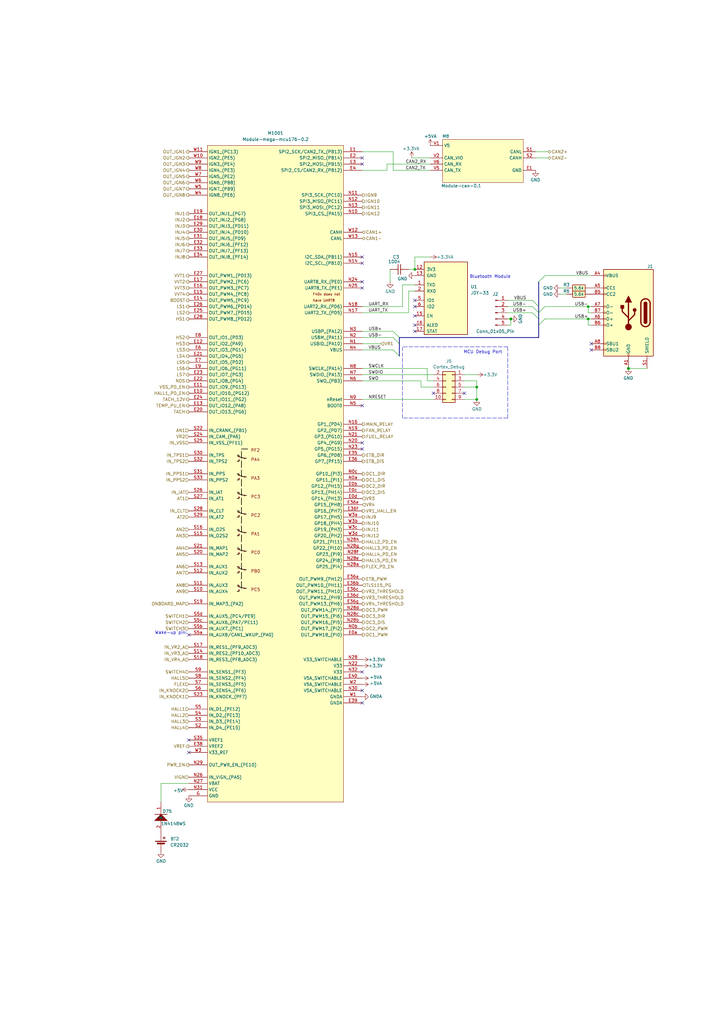
<source format=kicad_sch>
(kicad_sch (version 20230121) (generator eeschema)
  (paper "A3" portrait)
  (lib_symbols
    (symbol "Connector:Conn_01x05_Pin" (pin_names (offset 1.016) hide)
      (property "Reference" "J" (at 0 7.62 0))
      (property "Value" "Conn_01x05_Pin" (at 0 -7.62 0))
      (symbol "Conn_01x05_Pin_1_1"
        (pin passive line (at 5.08 5.08 180) (length 3.81) (name "Pin_1") (number "1"))
        (pin passive line (at 5.08 2.54 180) (length 3.81) (name "Pin_2") (number "2"))
        (pin passive line (at 5.08 0 180) (length 3.81) (name "Pin_3") (number "3"))
        (pin passive line (at 5.08 -2.54 180) (length 3.81) (name "Pin_4") (number "4"))
        (pin passive line (at 5.08 -5.08 180) (length 3.81) (name "Pin_5") (number "5"))
      )
    )
    (symbol "Connector:USB_C_Receptacle_USB2.0" (pin_names (offset 1.016))
      (property "Reference" "J" (at -10.16 19.05 0))
      (property "Value" "USB_C_Receptacle_USB2.0" (at 19.05 19.05 0))
      (symbol "USB_C_Receptacle_USB2.0_1_1"
        (pin passive line (at 0 -22.86 90) (length 5.08) (name "GND") (number "A1"))
        (pin passive line (at 0 -22.86 90) (length 5.08) hide (name "GND") (number "A12"))
        (pin passive line (at 15.24 15.24 180) (length 5.08) (name "VBUS") (number "A4"))
        (pin bidirectional line (at 15.24 10.16 180) (length 5.08) (name "CC1") (number "A5"))
        (pin bidirectional line (at 15.24 -2.54 180) (length 5.08) (name "D+") (number "A6"))
        (pin bidirectional line (at 15.24 2.54 180) (length 5.08) (name "D-") (number "A7"))
        (pin bidirectional line (at 15.24 -12.7 180) (length 5.08) (name "SBU1") (number "A8"))
        (pin passive line (at 15.24 15.24 180) (length 5.08) hide (name "VBUS") (number "A9"))
        (pin passive line (at 0 -22.86 90) (length 5.08) hide (name "GND") (number "B1"))
        (pin passive line (at 0 -22.86 90) (length 5.08) hide (name "GND") (number "B12"))
        (pin passive line (at 15.24 15.24 180) (length 5.08) hide (name "VBUS") (number "B4"))
        (pin bidirectional line (at 15.24 7.62 180) (length 5.08) (name "CC2") (number "B5"))
        (pin bidirectional line (at 15.24 -5.08 180) (length 5.08) (name "D+") (number "B6"))
        (pin bidirectional line (at 15.24 0 180) (length 5.08) (name "D-") (number "B7"))
        (pin bidirectional line (at 15.24 -15.24 180) (length 5.08) (name "SBU2") (number "B8"))
        (pin passive line (at 15.24 15.24 180) (length 5.08) hide (name "VBUS") (number "B9"))
        (pin passive line (at -7.62 -22.86 90) (length 5.08) (name "SHIELD") (number "S1"))
      )
    )
    (symbol "Connector_Generic:Conn_02x05_Odd_Even" (pin_names (offset 1.016) hide)
      (property "Reference" "J" (at 1.27 7.62 0))
      (property "Value" "Conn_02x05_Odd_Even" (at 1.27 -7.62 0))
      (symbol "Conn_02x05_Odd_Even_1_1"
        (pin passive line (at -5.08 5.08 0) (length 3.81) (name "Pin_1") (number "1"))
        (pin passive line (at 7.62 -5.08 180) (length 3.81) (name "Pin_10") (number "10"))
        (pin passive line (at 7.62 5.08 180) (length 3.81) (name "Pin_2") (number "2"))
        (pin passive line (at -5.08 2.54 0) (length 3.81) (name "Pin_3") (number "3"))
        (pin passive line (at 7.62 2.54 180) (length 3.81) (name "Pin_4") (number "4"))
        (pin passive line (at -5.08 0 0) (length 3.81) (name "Pin_5") (number "5"))
        (pin passive line (at 7.62 0 180) (length 3.81) (name "Pin_6") (number "6"))
        (pin passive line (at -5.08 -2.54 0) (length 3.81) (name "Pin_7") (number "7"))
        (pin passive line (at 7.62 -2.54 180) (length 3.81) (name "Pin_8") (number "8"))
        (pin passive line (at -5.08 -5.08 0) (length 3.81) (name "Pin_9") (number "9"))
      )
    )
    (symbol "Device:Battery_Cell" (pin_numbers hide) (pin_names (offset 0) hide)
      (property "Reference" "BT" (at 2.54 2.54 0))
      (property "Value" "Battery_Cell" (at 2.54 0 0))
      (symbol "Battery_Cell_1_1"
        (pin passive line (at 0 5.08 270) (length 2.54) (name "+") (number "1"))
        (pin passive line (at 0 -2.54 90) (length 2.54) (name "-") (number "2"))
      )
    )
    (symbol "JDY-33:JDY-33" (pin_names (offset 1.016))
      (property "Reference" "U18" (at 19.05 1.7781 0))
      (property "Value" "JDY-33" (at 19.05 -0.7619 0))
      (symbol "JDY-33_1_1"
        (pin output line (at -3.81 2.54 0) (length 3.81) (name "TXD") (number "1"))
        (pin power_in line (at -3.81 8.89 0) (length 3.81) (name "3V3") (number "12"))
        (pin power_in line (at -3.81 6.35 0) (length 3.81) (name "GND") (number "13"))
        (pin output line (at -3.81 -10.16 0) (length 3.81) (name "EN") (number "15"))
        (pin output line (at -3.81 -13.97 0) (length 3.81) (name "ALED") (number "16"))
        (pin output line (at -3.81 -16.51 0) (length 3.81) (name "STAT") (number "17"))
        (pin input line (at -3.81 0 0) (length 3.81) (name "RXD") (number "2"))
        (pin passive line (at -3.81 -3.81 0) (length 3.81) (name "IO1") (number "5"))
        (pin passive line (at -3.81 -6.35 0) (length 3.81) (name "IO2") (number "6"))
      )
    )
    (symbol "hellen-one-can-0.1:Module-can-0.1"
      (property "Reference" "M" (at 0 0 0))
      (property "Value" "Module-can-0.1" (at 0 0 0))
      (symbol "Module-can-0.1_1_0"
        (pin passive line (at 38.1 -12.7 180) (length 5.08) (name "GND") (number "E1"))
        (pin passive line (at 38.1 -5.08 180) (length 5.08) (name "CANL") (number "S1"))
        (pin passive line (at 38.1 -7.62 180) (length 5.08) (name "CANH") (number "S2"))
        (pin passive line (at -5.08 -2.54 0) (length 5.08) (name "V5") (number "V1"))
        (pin passive line (at -5.08 -7.62 0) (length 5.08) (name "CAN_VIO") (number "V2"))
        (pin passive line (at -5.08 -12.7 0) (length 5.08) (name "CAN_TX") (number "V5"))
        (pin passive line (at -5.08 -10.16 0) (length 5.08) (name "CAN_RX") (number "V6"))
      )
    )
    (symbol "hellen-one-common:1N4148WS"
      (property "Reference" "D" (at 0 2.54 0))
      (property "Value" "1N4148WS" (at 0 -3.81 0))
      (symbol "1N4148WS_1_0"
        (pin passive line (at 7.62 0 180) (length 5.08) (name "K") (number "1"))
        (pin passive line (at -5.08 0 0) (length 5.08) (name "A") (number "2"))
      )
    )
    (symbol "hellen-one-common:Cap" (pin_numbers hide)
      (property "Reference" "C" (at -3.81 2.54 0))
      (property "Value" "Cap" (at -2.54 -1.27 0))
      (symbol "Cap_1_0"
        (pin passive line (at -3.81 0 0) (length 2.54) (name "") (number "1"))
        (pin passive line (at 3.81 0 180) (length 2.54) (name "") (number "2"))
      )
    )
    (symbol "hellen-one-common:Res" (pin_numbers hide)
      (property "Reference" "R" (at 3.81 2.54 0))
      (property "Value" "Res" (at 5.08 -2.54 0))
      (symbol "Res_1_0"
        (pin passive line (at 0 0 0) (length 2.54) (name "") (number "1"))
        (pin passive line (at 10.16 0 180) (length 2.54) (name "") (number "2"))
      )
    )
    (symbol "hellen-one-mega-mcu176-0.2:Module-mega-mcu176-0.2"
      (property "Reference" "M100" (at 7.62 2.54 0))
      (property "Value" "Module-mega-mcu176-0.2" (at 35.56 -269.24 0))
      (symbol "Module-mega-mcu176-0.2_1_0"
        (text "F40x does not" (at 50.8 -58.42 0) (effects (font (size 1.016 1.016)) (justify left)))
        (text "have UART8" (at 50.8 -60.96 0) (effects (font (size 1.016 1.016)) (justify left)))
        (text "PA1" (at 25.4 -157.48 0) (effects (font (size 1.27 1.27)) (justify left bottom)))
        (text "PA3" (at 25.4 -134.62 0) (effects (font (size 1.27 1.27)) (justify left bottom)))
        (text "PA4" (at 25.4 -127 0) (effects (font (size 1.27 1.27)) (justify left bottom)))
        (text "PB0" (at 25.4 -172.72 0) (effects (font (size 1.27 1.27)) (justify left bottom)))
        (text "PC0" (at 25.4 -165.1 0) (effects (font (size 1.27 1.27)) (justify left bottom)))
        (text "PC2" (at 25.4 -149.86 0) (effects (font (size 1.27 1.27)) (justify left bottom)))
        (text "PC3" (at 25.4 -142.24 0) (effects (font (size 1.27 1.27)) (justify left bottom)))
        (text "PC5" (at 25.4 -180.34 0) (effects (font (size 1.27 1.27)) (justify left bottom)))
        (text "PF2" (at 25.4 -123.19 0) (effects (font (size 1.27 1.27)) (justify left bottom)))
        (pin passive line (at 71.12 -198.12 180) (length 7.62) (name "OUT_PWM18_(PI0)") (number "E0a"))
        (pin passive line (at 71.12 -137.16 180) (length 7.62) (name "GP12_(PH15)") (number "E0b"))
        (pin passive line (at 71.12 -139.7 180) (length 7.62) (name "GP13_(PH14)") (number "E0c"))
        (pin passive line (at 71.12 -142.24 180) (length 7.62) (name "GP14_(PH13)") (number "E0d"))
        (pin passive line (at 71.12 0 180) (length 7.62) (name "SPI2_SCK/CAN2_TX_(PB13)") (number "E1"))
        (pin passive line (at 0 -99.06 0) (length 7.62) (name "OUT_IO10_(PG12)") (number "E10"))
        (pin passive line (at 0 -96.52 0) (length 7.62) (name "OUT_IO9_(PG13)") (number "E11"))
        (pin passive line (at 0 -78.74 0) (length 7.62) (name "OUT_IO2_(PA9)") (number "E12"))
        (pin passive line (at 0 -104.14 0) (length 7.62) (name "OUT_IO12_(PA8)") (number "E13"))
        (pin passive line (at 0 -60.96 0) (length 7.62) (name "OUT_PWM5_(PC9)") (number "E14"))
        (pin passive line (at 0 -58.42 0) (length 7.62) (name "OUT_PWM4_(PC8)") (number "E15"))
        (pin passive line (at 0 -55.88 0) (length 7.62) (name "OUT_PWM3_(PC7)") (number "E16"))
        (pin passive line (at 0 -53.34 0) (length 7.62) (name "OUT_PWM2_(PC6)") (number "E17"))
        (pin passive line (at 0 -27.94 0) (length 7.62) (name "OUT_INJ2_(PG8)") (number "E18"))
        (pin passive line (at 0 -25.4 0) (length 7.62) (name "OUT_INJ1_(PG7)") (number "E19"))
        (pin passive line (at 71.12 -2.54 180) (length 7.62) (name "SPI2_MISO_(PB14)") (number "E2"))
        (pin passive line (at 0 -106.68 0) (length 7.62) (name "OUT_IO13_(PG6)") (number "E20"))
        (pin passive line (at 0 -83.82 0) (length 7.62) (name "OUT_IO4_(PG5)") (number "E21"))
        (pin passive line (at 0 -93.98 0) (length 7.62) (name "OUT_IO8_(PG4)") (number "E22"))
        (pin passive line (at 0 -91.44 0) (length 7.62) (name "OUT_IO7_(PG3)") (number "E23"))
        (pin passive line (at 0 -101.6 0) (length 7.62) (name "OUT_IO11_(PG2)") (number "E24"))
        (pin passive line (at 0 -66.04 0) (length 7.62) (name "OUT_PWM7_(PD15)") (number "E25"))
        (pin passive line (at 0 -63.5 0) (length 7.62) (name "OUT_PWM6_(PD14)") (number "E26"))
        (pin passive line (at 0 -50.8 0) (length 7.62) (name "OUT_PWM1_(PD13)") (number "E27"))
        (pin passive line (at 0 -68.58 0) (length 7.62) (name "OUT_PWM8_(PD12)") (number "E28"))
        (pin passive line (at 0 -30.48 0) (length 7.62) (name "OUT_INJ3_(PD11)") (number "E29"))
        (pin passive line (at 71.12 -5.08 180) (length 7.62) (name "SPI2_MOSI_(PB15)") (number "E3"))
        (pin passive line (at 0 -33.02 0) (length 7.62) (name "OUT_INJ4_(PD10)") (number "E30"))
        (pin passive line (at 0 -35.56 0) (length 7.62) (name "OUT_INJ5_(PD9)") (number "E31"))
        (pin passive line (at 0 -38.1 0) (length 7.62) (name "OUT_INJ6_(PF12)") (number "E32"))
        (pin passive line (at 0 -40.64 0) (length 7.62) (name "OUT_INJ7_(PF13)") (number "E33"))
        (pin passive line (at 0 -43.18 0) (length 7.62) (name "OUT_INJ8_(PF14)") (number "E34"))
        (pin passive line (at 71.12 -124.46 180) (length 7.62) (name "GP6_(PD8)") (number "E35"))
        (pin passive line (at 71.12 -127 180) (length 7.62) (name "GP7_(PF15)") (number "E36"))
        (pin passive line (at 71.12 -175.26 180) (length 7.62) (name "OUT_PWM9_(PH12)") (number "E36a"))
        (pin passive line (at 71.12 -177.8 180) (length 7.62) (name "OUT_PWM10_(PH11)") (number "E36b"))
        (pin passive line (at 71.12 -180.34 180) (length 7.62) (name "OUT_PWM11_(PH10)") (number "E36c"))
        (pin passive line (at 71.12 -182.88 180) (length 7.62) (name "OUT_PWM12_(PH9)") (number "E36d"))
        (pin passive line (at 71.12 -144.78 180) (length 7.62) (name "GP15_(PH8)") (number "E36e"))
        (pin passive line (at 71.12 -147.32 180) (length 7.62) (name "GP16_(PH7)") (number "E36f"))
        (pin passive line (at 71.12 -185.42 180) (length 7.62) (name "OUT_PWM13_(PH6)") (number "E36g"))
        (pin passive line (at 0 -243.84 0) (length 7.62) (name "VREF2") (number "E38"))
        (pin passive line (at 71.12 -226.06 180) (length 7.62) (name "GNDA") (number "E39"))
        (pin passive line (at 71.12 -7.62 180) (length 7.62) (name "SPI2_CS/CAN2_RX_(PB12)") (number "E4"))
        (pin passive line (at 71.12 -215.9 180) (length 7.62) (name "V5A_SWITCHABLE") (number "E40"))
        (pin passive line (at 0 -81.28 0) (length 7.62) (name "OUT_IO3_(PG14)") (number "E6"))
        (pin passive line (at 0 -86.36 0) (length 7.62) (name "OUT_IO5_(PD2)") (number "E7"))
        (pin passive line (at 0 -76.2 0) (length 7.62) (name "OUT_IO1_(PD3)") (number "E8"))
        (pin passive line (at 0 -88.9 0) (length 7.62) (name "OUT_IO6_(PG11)") (number "E9"))
        (pin passive line (at 0 -264.16 0) (length 7.62) (name "GND") (number "G"))
        (pin passive line (at 71.12 -134.62 180) (length 7.62) (name "GP11_(PI1)") (number "N0a"))
        (pin passive line (at 71.12 -195.58 180) (length 7.62) (name "OUT_PWM17_(PI2)") (number "N0b"))
        (pin passive line (at 71.12 -132.08 180) (length 7.62) (name "GP10_(PI3)") (number "N0c"))
        (pin passive line (at 71.12 -78.74 180) (length 7.62) (name "USBID_(PA10)") (number "N1"))
        (pin passive line (at 71.12 -25.4 180) (length 7.62) (name "SPI3_CS_(PA15)") (number "N10"))
        (pin passive line (at 71.12 -17.78 180) (length 7.62) (name "SPI3_SCK_(PC10)") (number "N11"))
        (pin passive line (at 71.12 -20.32 180) (length 7.62) (name "SPI3_MISO_(PC11)") (number "N12"))
        (pin passive line (at 71.12 -22.86 180) (length 7.62) (name "SPI3_MOSI_(PC12)") (number "N13"))
        (pin passive line (at 71.12 -45.72 180) (length 7.62) (name "I2C_SCL_(PB10)") (number "N14"))
        (pin passive line (at 71.12 -43.18 180) (length 7.62) (name "I2C_SDA_(PB11)") (number "N15"))
        (pin passive line (at 71.12 -111.76 180) (length 7.62) (name "GP1_(PD4)") (number "N16"))
        (pin passive line (at 71.12 -66.04 180) (length 7.62) (name "UART2_TX_(PD5)") (number "N17"))
        (pin passive line (at 71.12 -63.5 180) (length 7.62) (name "UART2_RX_(PD6)") (number "N18"))
        (pin passive line (at 71.12 -114.3 180) (length 7.62) (name "GP2_(PD7)") (number "N19"))
        (pin passive line (at 71.12 -76.2 180) (length 7.62) (name "USBM_(PA11)") (number "N2"))
        (pin passive line (at 71.12 -119.38 180) (length 7.62) (name "GP4_(PG9)") (number "N20"))
        (pin passive line (at 71.12 -116.84 180) (length 7.62) (name "GP3_(PG10)") (number "N21"))
        (pin passive line (at 71.12 -210.82 180) (length 7.62) (name "V33") (number "N22"))
        (pin passive line (at 71.12 -121.92 180) (length 7.62) (name "GP5_(PG15)") (number "N23"))
        (pin passive line (at 71.12 -53.34 180) (length 7.62) (name "UART8_RX_(PE0)") (number "N24"))
        (pin passive line (at 71.12 -55.88 180) (length 7.62) (name "UART8_TX_(PE1)") (number "N25"))
        (pin passive line (at 0 -256.54 0) (length 7.62) (name "IN_VIGN_(PA5)") (number "N26"))
        (pin passive line (at 0 -259.08 0) (length 7.62) (name "VBAT") (number "N27"))
        (pin passive line (at 71.12 -208.28 180) (length 7.62) (name "V33_SWITCHABLE") (number "N28"))
        (pin passive line (at 71.12 -170.18 180) (length 7.62) (name "GP25_(PI4)") (number "N28a"))
        (pin passive line (at 71.12 -193.04 180) (length 7.62) (name "OUT_PWM16_(PI5)") (number "N28b"))
        (pin passive line (at 71.12 -190.5 180) (length 7.62) (name "OUT_PWM15_(PI6)") (number "N28c"))
        (pin passive line (at 71.12 -187.96 180) (length 7.62) (name "OUT_PWM14_(PI7)") (number "N28d"))
        (pin passive line (at 71.12 -167.64 180) (length 7.62) (name "GP24_(PI8)") (number "N28e"))
        (pin passive line (at 71.12 -165.1 180) (length 7.62) (name "GP23_(PI9)") (number "N28f"))
        (pin passive line (at 71.12 -162.56 180) (length 7.62) (name "GP22_(PI10)") (number "N28g"))
        (pin passive line (at 71.12 -160.02 180) (length 7.62) (name "GP21_(PI11)") (number "N28h"))
        (pin passive line (at 0 -251.46 0) (length 7.62) (name "OUT_PWR_EN_(PE10)") (number "N29"))
        (pin passive line (at 71.12 -73.66 180) (length 7.62) (name "USBP_(PA12)") (number "N3"))
        (pin passive line (at 71.12 -220.98 180) (length 7.62) (name "V5A_SWITCHABLE") (number "N30"))
        (pin passive line (at 0 -261.62 0) (length 7.62) (name "VCC") (number "N31"))
        (pin passive line (at 71.12 -213.36 180) (length 7.62) (name "V33") (number "N32"))
        (pin passive line (at 71.12 -81.28 180) (length 7.62) (name "VBUS") (number "N4"))
        (pin passive line (at 71.12 -104.14 180) (length 7.62) (name "BOOT0") (number "N5"))
        (pin passive line (at 71.12 -93.98 180) (length 7.62) (name "SWO_(PB3)") (number "N6"))
        (pin passive line (at 71.12 -91.44 180) (length 7.62) (name "SWDIO_(PA13)") (number "N7"))
        (pin passive line (at 71.12 -88.9 180) (length 7.62) (name "SWCLK_(PA14)") (number "N8"))
        (pin passive line (at 71.12 -101.6 180) (length 7.62) (name "nReset") (number "N9"))
        (pin passive line (at 0 -180.34 0) (length 7.62) (name "IN_AUX4") (number "S10"))
        (pin passive line (at 0 -177.8 0) (length 7.62) (name "IN_AUX3") (number "S11"))
        (pin passive line (at 0 -172.72 0) (length 7.62) (name "IN_AUX2") (number "S12"))
        (pin passive line (at 0 -170.18 0) (length 7.62) (name "IN_AUX1") (number "S13"))
        (pin passive line (at 0 -205.74 0) (length 7.62) (name "IN_RES2_(PF10_ADC3)") (number "S14"))
        (pin passive line (at 0 -157.48 0) (length 7.62) (name "IN_O2S2") (number "S15"))
        (pin passive line (at 0 -154.94 0) (length 7.62) (name "IN_O2S") (number "S16"))
        (pin passive line (at 0 -203.2 0) (length 7.62) (name "IN_RES1_(PF9_ADC3)") (number "S17"))
        (pin passive line (at 0 -208.28 0) (length 7.62) (name "IN_RES3_(PF8_ADC3)") (number "S18"))
        (pin passive line (at 0 -185.42 0) (length 7.62) (name "IN_MAP3_(PA2)") (number "S19"))
        (pin passive line (at 0 -236.22 0) (length 7.62) (name "IN_D4_(PE15)") (number "S2"))
        (pin passive line (at 0 -165.1 0) (length 7.62) (name "IN_MAP2") (number "S20"))
        (pin passive line (at 0 -162.56 0) (length 7.62) (name "IN_MAP1") (number "S21"))
        (pin passive line (at 0 -114.3 0) (length 7.62) (name "IN_CRANK_(PB1)") (number "S22"))
        (pin passive line (at 0 -223.52 0) (length 7.62) (name "IN_KNOCK_(PF7)") (number "S23"))
        (pin passive line (at 0 -116.84 0) (length 7.62) (name "IN_CAM_(PA6)") (number "S24"))
        (pin passive line (at 0 -119.38 0) (length 7.62) (name "IN_VSS_(PF11)") (number "S25"))
        (pin passive line (at 0 -139.7 0) (length 7.62) (name "IN_IAT") (number "S26"))
        (pin passive line (at 0 -142.24 0) (length 7.62) (name "IN_AT1") (number "S27"))
        (pin passive line (at 0 -147.32 0) (length 7.62) (name "IN_CLT") (number "S28"))
        (pin passive line (at 0 -149.86 0) (length 7.62) (name "IN_AT2") (number "S29"))
        (pin passive line (at 0 -233.68 0) (length 7.62) (name "IN_D3_(PE14)") (number "S3"))
        (pin passive line (at 0 -124.46 0) (length 7.62) (name "IN_TPS") (number "S30"))
        (pin passive line (at 0 -132.08 0) (length 7.62) (name "IN_PPS") (number "S31"))
        (pin passive line (at 0 -127 0) (length 7.62) (name "IN_TPS2") (number "S32"))
        (pin passive line (at 0 -134.62 0) (length 7.62) (name "IN_PPS2") (number "S33"))
        (pin passive line (at 0 -241.3 0) (length 7.62) (name "VREF1") (number "S35"))
        (pin passive line (at 0 -231.14 0) (length 7.62) (name "IN_D2_(PE13)") (number "S4"))
        (pin passive line (at 0 -228.6 0) (length 7.62) (name "IN_D1_(PE12)") (number "S5"))
        (pin passive line (at 0 -198.12 0) (length 7.62) (name "IN_AUX8/CAN1_WKUP_(PA0)") (number "S5a"))
        (pin passive line (at 0 -195.58 0) (length 7.62) (name "IN_AUX7_(PC1)") (number "S5b"))
        (pin passive line (at 0 -193.04 0) (length 7.62) (name "IN_AUX6_(PA7/PE11)") (number "S5c"))
        (pin passive line (at 0 -190.5 0) (length 7.62) (name "IN_AUX5_(PC4/PE9)") (number "S5d"))
        (pin passive line (at 0 -220.98 0) (length 7.62) (name "IN_SENS4_(PF6)") (number "S6"))
        (pin passive line (at 0 -218.44 0) (length 7.62) (name "IN_SENS3_(PF5)") (number "S7"))
        (pin passive line (at 0 -215.9 0) (length 7.62) (name "IN_SENS2_(PF4)") (number "S8"))
        (pin passive line (at 0 -213.36 0) (length 7.62) (name "IN_SENS1_(PF3)") (number "S9"))
        (pin passive line (at 71.12 -223.52 180) (length 7.62) (name "GNDA") (number "W1"))
        (pin passive line (at 0 -2.54 0) (length 7.62) (name "IGN2_(PE5)") (number "W10"))
        (pin passive line (at 0 0 0) (length 7.62) (name "IGN1_(PC13)") (number "W11"))
        (pin passive line (at 71.12 -33.02 180) (length 7.62) (name "CANH") (number "W12"))
        (pin passive line (at 71.12 -35.56 180) (length 7.62) (name "CANL") (number "W13"))
        (pin passive line (at 71.12 -218.44 180) (length 7.62) (name "V5A_SWITCHABLE") (number "W2"))
        (pin passive line (at 0 -246.38 0) (length 7.62) (name "V33_REF") (number "W3"))
        (pin passive line (at 71.12 -149.86 180) (length 7.62) (name "GP17_(PH5)") (number "W3a"))
        (pin passive line (at 71.12 -152.4 180) (length 7.62) (name "GP18_(PH4)") (number "W3b"))
        (pin passive line (at 71.12 -154.94 180) (length 7.62) (name "GP19_(PH3)") (number "W3c"))
        (pin passive line (at 71.12 -157.48 180) (length 7.62) (name "GP20_(PH2)") (number "W3d"))
        (pin passive line (at 0 -17.78 0) (length 7.62) (name "IGN8_(PE6)") (number "W4"))
        (pin passive line (at 0 -15.24 0) (length 7.62) (name "IGN7_(PB9)") (number "W5"))
        (pin passive line (at 0 -12.7 0) (length 7.62) (name "IGN6_(PB8)") (number "W6"))
        (pin passive line (at 0 -10.16 0) (length 7.62) (name "IGN5_(PE2)") (number "W7"))
        (pin passive line (at 0 -7.62 0) (length 7.62) (name "IGN4_(PE3)") (number "W8"))
        (pin passive line (at 0 -5.08 0) (length 7.62) (name "IGN3_(PE4)") (number "W9"))
      )
    )
    (symbol "power:+3.3V" (power) (pin_names (offset 0))
      (property "Value" "+3.3V" (at 0 3.556 0))
      (symbol "+3.3V_1_1"
        (pin power_in line (at 0 0 90) (length 0) hide (name "+3.3V") (number "1"))
      )
    )
    (symbol "power:+3.3VA" (power) (pin_names (offset 0))
      (property "Value" "+3.3VA" (at 0 3.556 0))
      (symbol "+3.3VA_1_1"
        (pin power_in line (at 0 0 90) (length 0) hide (name "+3.3VA") (number "1"))
      )
    )
    (symbol "power:+5V" (power) (pin_names (offset 0))
      (property "Value" "+5V" (at 0 3.556 0))
      (symbol "+5V_1_1"
        (pin power_in line (at 0 0 90) (length 0) hide (name "+5V") (number "1"))
      )
    )
    (symbol "power:+5VA" (power) (pin_names (offset 0))
      (property "Value" "+5VA" (at 0 3.556 0))
      (symbol "+5VA_1_1"
        (pin power_in line (at 0 0 90) (length 0) hide (name "+5VA") (number "1"))
      )
    )
    (symbol "power:GND" (power) (pin_names (offset 0))
      (property "Value" "GND" (at 0 -3.81 0))
      (symbol "GND_1_1"
        (pin power_in line (at 0 0 270) (length 0) hide (name "GND") (number "1"))
      )
    )
    (symbol "power:GNDA" (power) (pin_names (offset 0))
      (property "Value" "GNDA" (at 0 -3.81 0))
      (symbol "GNDA_1_1"
        (pin power_in line (at 0 0 270) (length 0) hide (name "GNDA") (number "1"))
      )
    )
  )
  (junction (at 195.58 163.83))
  (junction (at 257.81 151.13) (diameter 1.016))
  (junction (at 241.3 130.81))
  (junction (at 209.55 130.81) (diameter 1.016))
  (junction (at 241.3 125.73))
  (junction (at 195.58 158.75))
  (junction (at 170.18 110.49))
  (no_connect (at 77.47 260.35))
  (no_connect (at 148.59 288.29))
  (no_connect (at 242.57 143.51))
  (no_connect (at 148.59 275.59))
  (no_connect (at 170.18 129.54))
  (no_connect (at 148.59 283.21))
  (no_connect (at 148.59 115.57))
  (no_connect (at 170.18 135.89))
  (no_connect (at 148.59 64.77))
  (no_connect (at 170.18 133.35))
  (no_connect (at 148.59 166.37))
  (no_connect (at 177.8 161.29))
  (no_connect (at 148.59 184.15))
  (no_connect (at 170.18 123.19))
  (no_connect (at 148.59 118.11))
  (no_connect (at 190.5 161.29))
  (no_connect (at 148.59 107.95))
  (no_connect (at 148.59 67.31))
  (no_connect (at 170.18 125.73))
  (no_connect (at 77.47 303.53))
  (no_connect (at 148.59 105.41))
  (no_connect (at 148.59 181.61))
  (no_connect (at 77.47 308.61))
  (no_connect (at 242.57 140.97))
  (bus_entry (at 218.44 125.73) (size 2.54 2.54))
  (bus_entry (at 223.52 130.81) (size -2.54 2.54) (stroke (width 0.1524)))
  (bus_entry (at 218.44 128.27) (size 2.54 2.54))
  (bus_entry (at 161.29 138.43) (size 2.54 2.54) (stroke (width 0.1524)))
  (bus_entry (at 218.44 123.19) (size 2.54 2.54))
  (bus_entry (at 161.29 143.51) (size 2.54 2.54) (stroke (width 0.1524)))
  (bus_entry (at 223.52 125.73) (size -2.54 2.54) (stroke (width 0.1524)))
  (bus_entry (at 161.29 135.89) (size 2.54 2.54) (stroke (width 0.1524)))
  (bus_entry (at 223.52 113.03) (size -2.54 2.54) (stroke (width 0.1524)))
  (bus (pts (xy 220.98 125.73) (xy 220.98 128.27)))
  (wire (pts (xy 170.18 105.41) (xy 170.18 110.49)))
  (bus (pts (xy 163.83 140.97) (xy 163.83 146.05)))
  (wire (pts (xy 165.1 125.73) (xy 165.1 116.84)))
  (wire (pts (xy 219.71 64.77) (xy 224.79 64.77)))
  (wire (pts (xy 66.04 321.31) (xy 66.04 328.93)))
  (wire (pts (xy 229.87 120.65) (xy 232.41 120.65)))
  (wire (pts (xy 167.64 110.49) (xy 170.18 110.49)))
  (wire (pts (xy 209.55 133.35) (xy 209.55 130.81)))
  (wire (pts (xy 148.59 128.27) (xy 167.64 128.27)))
  (wire (pts (xy 148.59 151.13) (xy 175.26 151.13)))
  (wire (pts (xy 148.59 153.67) (xy 177.8 153.67)))
  (wire (pts (xy 161.29 69.85) (xy 176.53 69.85)))
  (wire (pts (xy 156.21 140.97) (xy 148.59 140.97)))
  (wire (pts (xy 242.57 130.81) (xy 241.3 130.81)))
  (wire (pts (xy 229.87 118.11) (xy 232.41 118.11)))
  (wire (pts (xy 148.59 135.89) (xy 161.29 135.89)))
  (wire (pts (xy 177.8 156.21) (xy 175.26 156.21)))
  (wire (pts (xy 148.59 143.51) (xy 161.29 143.51)))
  (wire (pts (xy 158.75 69.85) (xy 158.75 67.31)))
  (wire (pts (xy 148.59 125.73) (xy 165.1 125.73)))
  (wire (pts (xy 195.58 158.75) (xy 195.58 163.83)))
  (wire (pts (xy 148.59 156.21) (xy 172.72 156.21)))
  (wire (pts (xy 177.8 158.75) (xy 172.72 158.75)))
  (wire (pts (xy 161.29 62.23) (xy 161.29 69.85)))
  (wire (pts (xy 219.71 62.23) (xy 224.79 62.23)))
  (wire (pts (xy 241.3 128.27) (xy 241.3 125.73)))
  (wire (pts (xy 195.58 153.67) (xy 190.5 153.67)))
  (wire (pts (xy 218.44 128.27) (xy 208.28 128.27)))
  (wire (pts (xy 195.58 163.83) (xy 190.5 163.83)))
  (polyline (pts (xy 165.1 171.45) (xy 165.1 142.24)) (stroke (width 0) (type dash)))
  (wire (pts (xy 190.5 156.21) (xy 195.58 156.21)))
  (wire (pts (xy 241.3 133.35) (xy 241.3 130.81)))
  (wire (pts (xy 170.18 116.84) (xy 165.1 116.84)))
  (bus (pts (xy 220.98 133.35) (xy 220.98 138.43)))
  (polyline (pts (xy 208.28 142.24) (xy 165.1 142.24)) (stroke (width 0) (type dash)))
  (wire (pts (xy 160.02 115.57) (xy 160.02 110.49)))
  (wire (pts (xy 208.28 133.35) (xy 209.55 133.35)))
  (wire (pts (xy 241.3 130.81) (xy 223.52 130.81)))
  (wire (pts (xy 167.64 128.27) (xy 167.64 119.38)))
  (wire (pts (xy 148.59 138.43) (xy 161.29 138.43)))
  (wire (pts (xy 158.75 67.31) (xy 176.53 67.31)))
  (wire (pts (xy 218.44 125.73) (xy 208.28 125.73)))
  (wire (pts (xy 265.43 151.13) (xy 257.81 151.13)))
  (wire (pts (xy 148.59 69.85) (xy 158.75 69.85)))
  (bus (pts (xy 220.98 115.57) (xy 220.98 125.73)))
  (wire (pts (xy 172.72 158.75) (xy 172.72 156.21)))
  (wire (pts (xy 195.58 156.21) (xy 195.58 158.75)))
  (polyline (pts (xy 208.28 171.45) (xy 208.28 142.24)) (stroke (width 0) (type dash)))
  (wire (pts (xy 148.59 163.83) (xy 177.8 163.83)))
  (wire (pts (xy 242.57 133.35) (xy 241.3 133.35)))
  (bus (pts (xy 220.98 138.43) (xy 163.83 138.43)))
  (wire (pts (xy 223.52 113.03) (xy 242.57 113.03)))
  (wire (pts (xy 175.26 156.21) (xy 175.26 151.13)))
  (wire (pts (xy 148.59 62.23) (xy 161.29 62.23)))
  (wire (pts (xy 209.55 130.81) (xy 208.28 130.81)))
  (wire (pts (xy 218.44 123.19) (xy 208.28 123.19)))
  (bus (pts (xy 220.98 128.27) (xy 220.98 130.81)))
  (bus (pts (xy 220.98 130.81) (xy 220.98 133.35)))
  (wire (pts (xy 168.91 64.77) (xy 176.53 64.77)))
  (wire (pts (xy 170.18 105.41) (xy 176.53 105.41)))
  (wire (pts (xy 242.57 125.73) (xy 241.3 125.73)))
  (wire (pts (xy 242.57 128.27) (xy 241.3 128.27)))
  (polyline (pts (xy 208.28 171.45) (xy 165.1 171.45)) (stroke (width 0) (type dash)))
  (wire (pts (xy 241.3 125.73) (xy 223.52 125.73)))
  (bus (pts (xy 163.83 138.43) (xy 163.83 140.97)))
  (wire (pts (xy 190.5 158.75) (xy 195.58 158.75)))
  (wire (pts (xy 167.64 119.38) (xy 170.18 119.38)))
  (wire (pts (xy 66.04 321.31) (xy 77.47 321.31)))
  (text "Bluetooth Module" (at 209.55 114.3 0) (effects (font (size 1.27 1.27)) (justify right bottom)))
  (text "MCU Debug Port" (at 206.0246 145.2123 0) (effects (font (size 1.27 1.27)) (justify right bottom)))
  (text "Wake-up pin:" (at 63.5 260.35 0) (effects (font (size 1.27 1.27)) (justify left bottom)))
  (label "USB-" (at 151.13 138.43 0))
  (label "SWDIO" (at 151.13 153.67 0))
  (label "VBUS" (at 210.82 123.19 0))
  (label "CAN2_RX" (at 166.37 67.31 0))
  (label "CAN2_TX" (at 166.37 69.85 0))
  (label "USB+" (at 241.3 130.81 180))
  (label "NRESET" (at 151.13 163.83 0))
  (label "VBUS" (at 151.13 143.51 0))
  (label "USB+" (at 215.9 128.27 180))
  (label "VBUS" (at 236.22 113.03 0))
  (label "USB-" (at 241.3 125.73 180))
  (label "UART_TX" (at 151.13 128.27 0))
  (label "SWO" (at 151.13 156.21 0))
  (label "USB+" (at 151.13 135.89 0))
  (label "UART_RX" (at 151.13 125.73 0))
  (label "SWCLK" (at 151.13 151.13 0))
  (label "USB-" (at 215.9 125.73 180))
  (hierarchical_label "HS3" (shape output) (at 77.47 140.97 180))
  (hierarchical_label "LS7" (shape output) (at 77.47 153.67 180))
  (hierarchical_label "IN_PPS2" (shape input) (at 77.47 196.85 180))
  (hierarchical_label "FUEL_RELAY" (shape output) (at 148.59 179.07 0))
  (hierarchical_label "IN_TPS1" (shape input) (at 77.47 186.69 180))
  (hierarchical_label "INJ4" (shape output) (at 77.47 95.25 180))
  (hierarchical_label "INJ10" (shape output) (at 148.59 214.63 0))
  (hierarchical_label "OUT_IGN5" (shape output) (at 77.47 72.39 180))
  (hierarchical_label "AN1" (shape input) (at 77.47 176.53 180))
  (hierarchical_label "HALL1" (shape input) (at 77.47 290.83 180))
  (hierarchical_label "DC1_DIS" (shape output) (at 148.59 196.85 0))
  (hierarchical_label "VVT1" (shape output) (at 77.47 113.03 180))
  (hierarchical_label "IN_PPS1" (shape input) (at 77.47 194.31 180))
  (hierarchical_label "INJ3" (shape output) (at 77.47 92.71 180))
  (hierarchical_label "ETB_DIS" (shape output) (at 148.59 189.23 0))
  (hierarchical_label "LS2" (shape output) (at 77.47 128.27 180))
  (hierarchical_label "INJ7" (shape output) (at 77.47 102.87 180))
  (hierarchical_label "AN3" (shape input) (at 77.47 219.71 180))
  (hierarchical_label "DC2_DIS" (shape output) (at 148.59 201.93 0))
  (hierarchical_label "DC3_DIR" (shape output) (at 148.59 252.73 0))
  (hierarchical_label "HALL3_PD_EN" (shape output) (at 148.59 224.79 0))
  (hierarchical_label "ONBOARD_MAP" (shape input) (at 77.47 247.65 180))
  (hierarchical_label "VR4" (shape input) (at 148.59 207.01 0))
  (hierarchical_label "AT2" (shape input) (at 77.47 212.09 180))
  (hierarchical_label "SWITCH4" (shape input) (at 77.47 275.59 180))
  (hierarchical_label "OUT_IGN8" (shape output) (at 77.47 80.01 180))
  (hierarchical_label "HALL3" (shape input) (at 77.47 295.91 180))
  (hierarchical_label "CAN2-" (shape bidirectional) (at 224.79 64.77 0))
  (hierarchical_label "DC3_PWM" (shape output) (at 148.59 250.19 0))
  (hierarchical_label "DC1_PWM" (shape output) (at 148.59 260.35 0))
  (hierarchical_label "AT1" (shape input) (at 77.47 204.47 180))
  (hierarchical_label "IGN10" (shape output) (at 148.59 82.55 0))
  (hierarchical_label "VR2_THRESHOLD" (shape output) (at 148.59 242.57 0))
  (hierarchical_label "AN6" (shape input) (at 77.47 232.41 180))
  (hierarchical_label "VVT4" (shape output) (at 77.47 120.65 180))
  (hierarchical_label "OUT_IGN1" (shape output) (at 77.47 62.23 180))
  (hierarchical_label "HS1" (shape output) (at 77.47 130.81 180))
  (hierarchical_label "OUT_IGN6" (shape output) (at 77.47 74.93 180))
  (hierarchical_label "INJ9" (shape output) (at 148.59 212.09 0))
  (hierarchical_label "HS2" (shape output) (at 77.47 138.43 180))
  (hierarchical_label "IN_CLT" (shape input) (at 77.47 209.55 180))
  (hierarchical_label "NOS" (shape output) (at 77.47 156.21 180))
  (hierarchical_label "VVT2" (shape output) (at 77.47 115.57 180))
  (hierarchical_label "LS3" (shape output) (at 77.47 143.51 180))
  (hierarchical_label "INJ1" (shape output) (at 77.47 87.63 180))
  (hierarchical_label "VVT3" (shape output) (at 77.47 118.11 180))
  (hierarchical_label "TACH" (shape output) (at 77.47 168.91 180))
  (hierarchical_label "PWR_EN" (shape output) (at 77.47 313.69 180))
  (hierarchical_label "OUT_IGN3" (shape output) (at 77.47 67.31 180))
  (hierarchical_label "IGN11" (shape output) (at 148.59 85.09 0))
  (hierarchical_label "DC1_DIR" (shape output) (at 148.59 194.31 0))
  (hierarchical_label "HALL2" (shape input) (at 77.47 293.37 180))
  (hierarchical_label "INJ8" (shape output) (at 77.47 105.41 180))
  (hierarchical_label "AN4" (shape input) (at 77.47 224.79 180))
  (hierarchical_label "VR3_THRESHOLD" (shape output) (at 148.59 245.11 0))
  (hierarchical_label "IN_VR3_A" (shape input) (at 77.47 267.97 180))
  (hierarchical_label "DC3_DIS" (shape output) (at 148.59 255.27 0))
  (hierarchical_label "VR3" (shape input) (at 148.59 204.47 0))
  (hierarchical_label "DC2_PWM" (shape output) (at 148.59 257.81 0))
  (hierarchical_label "LS4" (shape output) (at 77.47 146.05 180))
  (hierarchical_label "TEMP_PU_EN" (shape output) (at 77.47 166.37 180))
  (hierarchical_label "VR2" (shape input) (at 77.47 179.07 180))
  (hierarchical_label "FLEX_PD_EN" (shape output) (at 148.59 232.41 0))
  (hierarchical_label "AN2" (shape input) (at 77.47 217.17 180))
  (hierarchical_label "HALL1_PD_EN" (shape output) (at 77.47 161.29 180))
  (hierarchical_label "LS5" (shape output) (at 77.47 148.59 180))
  (hierarchical_label "OUT_IGN2" (shape output) (at 77.47 64.77 180))
  (hierarchical_label "OUT_IGN7" (shape output) (at 77.47 77.47 180))
  (hierarchical_label "VSS_PD_EN" (shape output) (at 77.47 158.75 180))
  (hierarchical_label "FLEX" (shape input) (at 77.47 280.67 180))
  (hierarchical_label "LS6" (shape output) (at 77.47 151.13 180))
  (hierarchical_label "INJ12" (shape output) (at 148.59 219.71 0))
  (hierarchical_label "CAN1-" (shape bidirectional) (at 148.59 97.79 0))
  (hierarchical_label "INJ2" (shape output) (at 77.47 90.17 180))
  (hierarchical_label "ETB_DIR" (shape output) (at 148.59 186.69 0))
  (hierarchical_label "BOOST" (shape output) (at 77.47 123.19 180))
  (hierarchical_label "IN_KNOCK1" (shape input) (at 77.47 285.75 180))
  (hierarchical_label "AN9" (shape input) (at 77.47 242.57 180))
  (hierarchical_label "SWITCH1" (shape input) (at 77.47 252.73 180))
  (hierarchical_label "IN_IAT" (shape input) (at 77.47 201.93 180))
  (hierarchical_label "HALL2_PD_EN" (shape output) (at 148.59 222.25 0))
  (hierarchical_label "SWITCH3" (shape input) (at 77.47 257.81 180))
  (hierarchical_label "IGN9" (shape output) (at 148.59 80.01 0))
  (hierarchical_label "IN_VR4_A" (shape input) (at 77.47 270.51 180))
  (hierarchical_label "IN_KNOCK2" (shape input) (at 77.47 283.21 180))
  (hierarchical_label "AN7" (shape input) (at 77.47 234.95 180))
  (hierarchical_label "HALL5" (shape input) (at 77.47 278.13 180))
  (hierarchical_label "SWITCH2" (shape input) (at 77.47 255.27 180))
  (hierarchical_label "VIGN" (shape input) (at 77.47 318.77 180))
  (hierarchical_label "INJ5" (shape output) (at 77.47 97.79 180))
  (hierarchical_label "OUT_IGN4" (shape output) (at 77.47 69.85 180))
  (hierarchical_label "TACH_12V" (shape output) (at 77.47 163.83 180))
  (hierarchical_label "VR1_HALL_EN" (shape output) (at 148.59 209.55 0))
  (hierarchical_label "VR4_THRESHOLD" (shape output) (at 148.59 247.65 0))
  (hierarchical_label "IGN12" (shape output) (at 148.59 87.63 0))
  (hierarchical_label "DC2_DIR" (shape output) (at 148.59 199.39 0))
  (hierarchical_label "HALL4_PD_EN" (shape output) (at 148.59 227.33 0))
  (hierarchical_label "HALL5_PD_EN" (shape output) (at 148.59 229.87 0))
  (hierarchical_label "INJ6" (shape output) (at 77.47 100.33 180))
  (hierarchical_label "HALL4" (shape input) (at 77.47 298.45 180))
  (hierarchical_label "VREF" (shape output) (at 77.47 306.07 180))
  (hierarchical_label "FAN_RELAY" (shape output) (at 148.59 176.53 0))
  (hierarchical_label "IN_TPS2" (shape input) (at 77.47 189.23 180))
  (hierarchical_label "INJ11" (shape output) (at 148.59 217.17 0))
  (hierarchical_label "VR1" (shape input) (at 156.21 140.97 0))
  (hierarchical_label "MAIN_RELAY" (shape output) (at 148.59 173.99 0))
  (hierarchical_label "CAN1+" (shape bidirectional) (at 148.59 95.25 0))
  (hierarchical_label "IN_VSS" (shape input) (at 77.47 181.61 180))
  (hierarchical_label "IN_VR2_A" (shape input) (at 77.47 265.43 180))
  (hierarchical_label "ETB_PWM" (shape output) (at 148.59 237.49 0))
  (hierarchical_label "CAN2+" (shape bidirectional) (at 224.79 62.23 0))
  (hierarchical_label "TLS115_PG" (shape input) (at 148.59 240.03 0))
  (hierarchical_label "AN8" (shape input) (at 77.47 240.03 180))
  (hierarchical_label "LS1" (shape output) (at 77.47 125.73 180))
  (hierarchical_label "AN5" (shape input) (at 77.47 227.33 180))
  (symbol (lib_id "power:GND") (at 229.87 118.11 270) (mirror x) (unit 1)
    (property "Reference" "#PWR010" (effects hide))
    (property "Value" "GND" (at 224.79 118.11 90))
    (instances (project "alphax_8ch" (path "" (reference "#PWR010") (unit 1)) (path "" (reference "#PWR0102") (unit 1))))
  )
  (symbol (lib_id "power:+5VA") (at 148.59 280.67 270) (mirror x) (unit 1)
    (property "Reference" "#PWR068" (effects hide))
    (property "Value" "+5VA" (at 154.1844 280.3017 90))
    (instances (project "alphax_8ch" (path "" (reference "#PWR068") (unit 1)) (path "" (reference "#PWR079") (unit 1))))
  )
  (symbol (lib_id "hellen-one-common:1N4148WS") (at 66.04 336.55 90) (unit 1)
    (property "Reference" "D75" (at 68.58 332.74 90))
    (property "Value" "1N4148WS" (at 71.12 337.82 90))
    (property "Footprint" "hellen-one-common:SOD-323" (effects hide))
    (property "LCSC" "C2128" (effects hide))
    (instances (project "alphax_8ch" (path "" (reference "D75") (unit 1)) (path "" (reference "D81") (unit 1))))
  )
  (symbol (lib_id "hellen-one-common:Res") (at 232.41 118.11 0) (mirror x) (unit 1)
    (property "Reference" "R3" (at 232.41 116.84 0))
    (property "Value" "5.6k" (at 237.49 118.11 0))
    (property "Footprint" "hellen-one-common:R0603" (effects hide))
    (property "LCSC" "C23189" (effects hide))
    (instances (project "alphax_8ch" (path "" (reference "R3") (unit 1)) (path "" (reference "R21") (unit 1))))
  )
  (symbol (lib_id "JDY-33:JDY-33") (at 173.99 119.38 0) (unit 1)
    (property "Reference" "U1" (at 193.04 117.602 0) (effects (justify left)))
    (property "Value" "JDY-33" (at 193.04 120.142 0) (effects (justify left)))
    (property "Footprint" "kicad6-libraries:JDY-33" (effects hide))
    (property "Datasheet" "https://datasheet.lcsc.com/lcsc/2106070033_QIACHIP-WL9981TC_C2689544.pdf" (effects hide))
    (property "PARTREV" "v1.0" (effects hide))
    (property "MF" "HuiCheng" (effects hide))
    (property "STANDARD" "Manufacturer Recommendations" (effects hide))
    (instances (project "alphax_8ch" (path "" (reference "U1") (unit 1)) (path "" (reference "U3") (unit 1))))
  )
  (symbol (lib_id "Device:Battery_Cell") (at 66.04 346.71 0) (unit 1)
    (property "Reference" "BT2" (at 69.85 344.043 0) (effects (justify left)))
    (property "Value" "CR2032" (at 69.85 346.583 0) (effects (justify left)))
    (property "Footprint" "Battery:BatteryHolder_Keystone_1060_1x2032" (effects hide))
    (property "LCSC" "C70377" (effects hide))
  )
  (symbol (lib_id "power:+5V") (at 77.47 323.85 90) (mirror x) (unit 1)
    (property "Reference" "#PWR022" (effects hide))
    (property "Value" "+5V" (at 73.1456 324.2183 90))
    (instances (project "alphax_8ch" (path "" (reference "#PWR022") (unit 1)) (path "" (reference "#PWR073") (unit 1))))
  )
  (symbol (lib_id "power:GND") (at 209.55 130.81 90) (unit 1)
    (property "Reference" "#PWR012" (effects hide))
    (property "Value" "GND" (at 213.4934 130.7592 0))
    (instances (project "alphax_8ch" (path "" (reference "#PWR012") (unit 1)) (path "" (reference "#PWR097") (unit 1))))
  )
  (symbol (lib_id "power:GNDA") (at 148.59 285.75 90) (unit 1)
    (property "Reference" "#PWR072" (effects hide))
    (property "Value" "GNDA" (at 154.1844 285.6357 90))
    (instances (project "alphax_8ch" (path "" (reference "#PWR072") (unit 1)) (path "" (reference "#PWR081") (unit 1))))
  )
  (symbol (lib_id "Connector:USB_C_Receptacle_USB2.0") (at 257.81 128.27 0) (mirror y) (unit 1)
    (property "Reference" "J1" (at 266.7 109.22 0))
    (property "Value" "USB_C_Receptacle_USB2.0" (effects hide))
    (property "Footprint" "Connector_USB:USB_C_Receptacle_XKB_U262-16XN-4BVC11" (effects hide))
    (property "Datasheet" "https://www.usb.org/sites/default/files/documents/usb_type-c.zip" (effects hide))
    (property "LCSC" "C2927038" (effects hide))
    (instances (project "alphax_8ch" (path "" (reference "J1") (unit 1)) (path "" (reference "J13") (unit 1))))
  )
  (symbol (lib_id "power:GND") (at 195.58 163.83 0) (unit 1)
    (property "Reference" "#PWR081" (effects hide))
    (property "Value" "GND" (at 195.6308 167.7734 0))
    (instances (project "alphax_8ch" (path "" (reference "#PWR081") (unit 1)) (path "" (reference "#PWR093") (unit 1))))
  )
  (symbol (lib_id "power:+3.3V") (at 195.58 153.67 270) (unit 1)
    (property "Reference" "#PWR092" (effects hide))
    (property "Value" "+3.3V" (at 198.12 153.67 90) (effects (justify left)))
  )
  (symbol (lib_id "power:GND") (at 77.47 326.39 0) (mirror y) (unit 1)
    (property "Reference" "#PWR030" (effects hide))
    (property "Value" "GND" (at 77.4192 330.3334 0))
    (instances (project "alphax_8ch" (path "" (reference "#PWR030") (unit 1)) (path "" (reference "#PWR074") (unit 1))))
  )
  (symbol (lib_id "power:+5VA") (at 148.59 278.13 270) (mirror x) (unit 1)
    (property "Reference" "#PWR067" (effects hide))
    (property "Value" "+5VA" (at 154.1844 277.7617 90))
    (instances (project "alphax_8ch" (path "" (reference "#PWR067") (unit 1)) (path "" (reference "#PWR078") (unit 1))))
  )
  (symbol (lib_id "Connector:Conn_01x05_Pin") (at 203.2 128.27 0) (unit 1)
    (property "Reference" "J2" (at 203.2 120.65 0))
    (property "Value" "Conn_01x05_Pin" (at 203.2 135.89 0))
    (property "Footprint" "Connector_Molex:Molex_SPOX_5267-05A_1x05_P2.50mm_Vertical" (effects hide))
    (instances (project "alphax_8ch" (path "" (reference "J2") (unit 1)) (path "" (reference "J12") (unit 1))))
  )
  (symbol (lib_id "hellen-one-common:Res") (at 232.41 120.65 0) (mirror x) (unit 1)
    (property "Reference" "R6" (at 232.41 119.38 0))
    (property "Value" "5.6k" (at 237.49 120.65 0))
    (property "Footprint" "hellen-one-common:R0603" (effects hide))
    (property "LCSC" "C23189" (effects hide))
    (instances (project "alphax_8ch" (path "" (reference "R6") (unit 1)) (path "" (reference "R22") (unit 1))))
  )
  (symbol (lib_id "power:GND") (at 66.04 349.25 0) (unit 1)
    (property "Reference" "#PWR029" (effects hide))
    (property "Value" "GND" (at 66.0908 353.1934 0))
    (instances (project "alphax_8ch" (path "" (reference "#PWR029") (unit 1)) (path "" (reference "#PWR072") (unit 1))))
  )
  (symbol (lib_id "power:GND") (at 160.02 115.57 0) (unit 1)
    (property "Reference" "#PWR076" (effects hide))
    (property "Value" "GND" (at 160.0708 119.5134 0))
    (instances (project "alphax_8ch" (path "" (reference "#PWR076") (unit 1)) (path "" (reference "#PWR083") (unit 1))))
  )
  (symbol (lib_id "power:GND") (at 170.18 113.03 270) (unit 1)
    (property "Reference" "#PWR079" (effects hide))
    (property "Value" "GND" (at 165.1 114.3 90))
    (instances (project "alphax_8ch" (path "" (reference "#PWR079") (unit 1)) (path "" (reference "#PWR084") (unit 1))))
  )
  (symbol (lib_id "power:+3.3VA") (at 148.59 270.51 270) (unit 1)
    (property "Reference" "#PWR075" (effects hide))
    (property "Value" "+3.3VA" (at 151.13 270.51 90) (effects (justify left)))
  )
  (symbol (lib_id "hellen-one-mega-mcu176-0.2:Module-mega-mcu176-0.2") (at 77.47 62.23 0) (unit 1)
    (property "Reference" "M1001" (at 113.03 54.61 0))
    (property "Value" "Module-mega-mcu176-0.2" (at 113.03 57.15 0))
    (property "Footprint" "hellen-one-mega-mcu176-0.2:mega-mcu176" (effects hide))
    (property "PUBLISHER" "qwerty-off" (effects hide))
    (property "SUPPLIER PART NUMBER 1" "*" (effects hide))
    (property "SUPPLIER PART NUMBER 2" "*" (effects hide))
    (property "SUPPLIER 1" "Mouser" (effects hide))
    (property "SUPPLIER 2" "Digi-Key" (effects hide))
    (property "FITTED" "False" (effects hide))
    (property "SUPPLIER 3" "LCSC" (effects hide))
    (property "TYPE" "Module" (effects hide))
  )
  (symbol (lib_id "power:GND") (at 257.81 151.13 0) (mirror y) (unit 1)
    (property "Reference" "#PWR05" (effects hide))
    (property "Value" "GND" (at 257.7592 155.0734 0))
    (instances (project "alphax_8ch" (path "" (reference "#PWR05") (unit 1)) (path "" (reference "#PWR0107") (unit 1))))
  )
  (symbol (lib_id "power:+3.3VA") (at 176.53 105.41 270) (unit 1)
    (property "Reference" "#PWR089" (effects hide))
    (property "Value" "+3.3VA" (at 179.07 105.41 90) (effects (justify left)))
  )
  (symbol (lib_id "hellen-one-common:Cap") (at 163.83 110.49 0) (unit 1)
    (property "Reference" "C3" (at 163.83 105.41 0) (effects (justify right)))
    (property "Value" "100n" (at 164.2023 107.2995 0) (effects (justify right)))
    (property "Footprint" "hellen-one-common:C0603" (effects hide))
    (property "LCSC" "C14663" (effects hide))
  )
  (symbol (lib_id "power:GND") (at 219.71 69.85 0) (mirror y) (unit 1)
    (property "Reference" "#PWR01003" (effects hide))
    (property "Value" "GND" (at 219.6592 73.7934 0))
    (instances (project "alphax_8ch" (path "" (reference "#PWR01003") (unit 1)) (path "" (reference "#PWR099") (unit 1))))
  )
  (symbol (lib_id "power:GND") (at 229.87 120.65 270) (mirror x) (unit 1)
    (property "Reference" "#PWR011" (effects hide))
    (property "Value" "GND" (at 224.79 120.65 90))
    (instances (project "alphax_8ch" (path "" (reference "#PWR011") (unit 1)) (path "" (reference "#PWR0103") (unit 1))))
  )
  (symbol (lib_id "power:+5VA") (at 176.53 59.69 0) (unit 1)
    (property "Reference" "#PWR028" (effects hide))
    (property "Value" "+5VA" (at 176.53 55.88 0))
    (instances (project "alphax_8ch" (path "" (reference "#PWR028") (unit 1)) (path "" (reference "#PWR088") (unit 1))))
  )
  (symbol (lib_id "hellen-one-can-0.1:Module-can-0.1") (at 181.61 57.15 0) (unit 1)
    (property "Reference" "M8" (at 182.88 55.88 0))
    (property "Value" "Module-can-0.1" (at 189.23 76.2 0))
    (property "Footprint" "hellen-one-can-0.1:can" (effects hide))
    (instances (project "alphax_8ch" (path "" (reference "M8") (unit 1)) (path "" (reference "M12") (unit 1))))
  )
  (symbol (lib_id "power:+3.3V") (at 148.59 273.05 270) (unit 1)
    (property "Reference" "#PWR076" (effects hide))
    (property "Value" "+3.3V" (at 151.13 273.05 90) (effects (justify left)))
  )
  (symbol (lib_id "power:+3.3VA") (at 168.91 64.77 0) (unit 1)
    (property "Reference" "#PWR01001" (effects hide))
    (property "Value" "+3.3VA" (at 165.1 60.96 0) (effects (justify left)))
  )
  (symbol (lib_id "Connector_Generic:Conn_02x05_Odd_Even") (at 185.42 158.75 0) (mirror y) (unit 1)
    (property "Reference" "J5" (at 184.15 148.1582 0))
    (property "Value" "Cortex_Debug" (at 184.15 150.4696 0))
    (property "Footprint" "hellen-one-common:PinHeader_2x05_P1.27mm_Vertical_SMD" (effects hide))
    (property "PN" "FTSH-105-01-F-DV-007-K" (effects hide))
    (property "LCSC" "C448647" (effects hide))
    (instances (project "alphax_8ch" (path "" (reference "J5") (unit 1)) (path "" (reference "J11") (unit 1))))
  )
)
</source>
